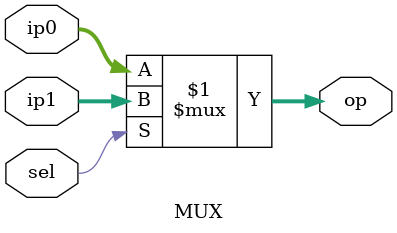
<source format=v>
module MUX (
    input [31:0] ip0,
    input [31:0] ip1,
    input sel,
    output [31:0] op
);
    assign op = sel ? ip1 : ip0;
endmodule

</source>
